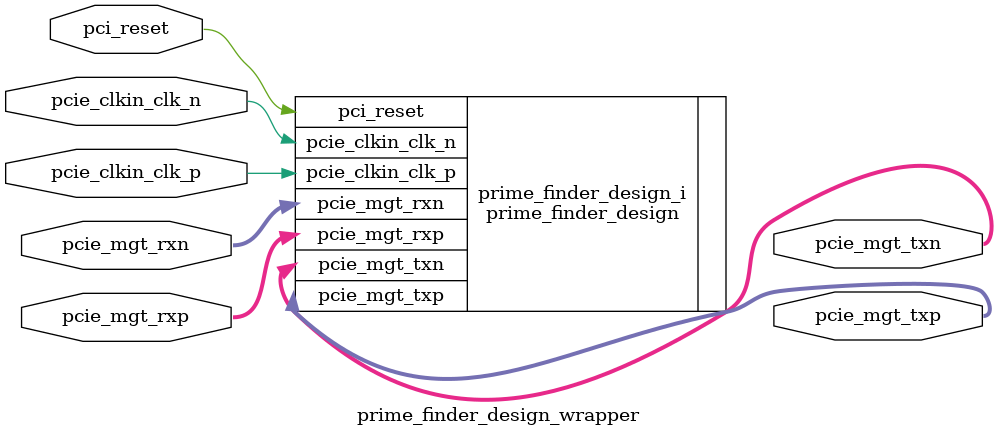
<source format=v>
`timescale 1 ps / 1 ps

module prime_finder_design_wrapper
   (pci_reset,
    pcie_clkin_clk_n,
    pcie_clkin_clk_p,
    pcie_mgt_rxn,
    pcie_mgt_rxp,
    pcie_mgt_txn,
    pcie_mgt_txp);
  input pci_reset;
  input [0:0]pcie_clkin_clk_n;
  input [0:0]pcie_clkin_clk_p;
  input [3:0]pcie_mgt_rxn;
  input [3:0]pcie_mgt_rxp;
  output [3:0]pcie_mgt_txn;
  output [3:0]pcie_mgt_txp;

  wire pci_reset;
  wire [0:0]pcie_clkin_clk_n;
  wire [0:0]pcie_clkin_clk_p;
  wire [3:0]pcie_mgt_rxn;
  wire [3:0]pcie_mgt_rxp;
  wire [3:0]pcie_mgt_txn;
  wire [3:0]pcie_mgt_txp;

  prime_finder_design prime_finder_design_i
       (.pci_reset(pci_reset),
        .pcie_clkin_clk_n(pcie_clkin_clk_n),
        .pcie_clkin_clk_p(pcie_clkin_clk_p),
        .pcie_mgt_rxn(pcie_mgt_rxn),
        .pcie_mgt_rxp(pcie_mgt_rxp),
        .pcie_mgt_txn(pcie_mgt_txn),
        .pcie_mgt_txp(pcie_mgt_txp));
endmodule

</source>
